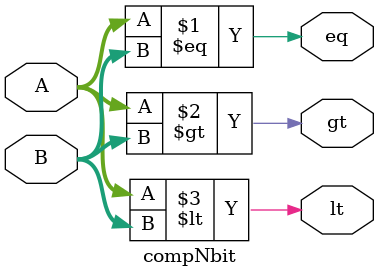
<source format=v>
module lab2_ex8(
    input [17:0] SW,
    output [17:0] LEDR,
    output [7:0] LEDG
);
    assign LEDR = SW;
    parameter N = 8;

    compNbit DUT (
        .A(SW[N-1:0]),
        .B(SW[N*2-1:N]),
        .eq(LEDG[0]),
        .gt(LEDG[1]),
        .lt(LEDG[2])
    );
    defparam DUT.N = N;
endmodule

module compNbit #(
    parameter N = 8
)(
    input [N-1:0] A,
    input [N-1:0] B,
    output eq,
    output gt,
    output lt
);
    assign eq = (A == B);
    assign gt = (A > B);
    assign lt = (A < B);
endmodule

</source>
